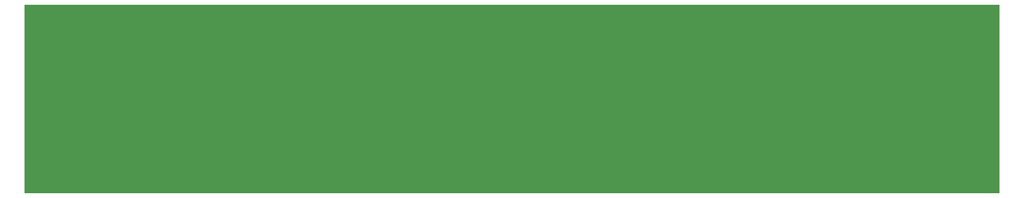
<source format=gbr>
%TF.GenerationSoftware,KiCad,Pcbnew,7.0.1*%
%TF.CreationDate,2023-09-01T22:28:08+01:00*%
%TF.ProjectId,Ruler_KiCad,52756c65-725f-44b6-9943-61642e6b6963,rev?*%
%TF.SameCoordinates,Original*%
%TF.FileFunction,Copper,L2,Bot*%
%TF.FilePolarity,Positive*%
%FSLAX46Y46*%
G04 Gerber Fmt 4.6, Leading zero omitted, Abs format (unit mm)*
G04 Created by KiCad (PCBNEW 7.0.1) date 2023-09-01 22:28:08*
%MOMM*%
%LPD*%
G01*
G04 APERTURE LIST*
G04 Aperture macros list*
%AMRoundRect*
0 Rectangle with rounded corners*
0 $1 Rounding radius*
0 $2 $3 $4 $5 $6 $7 $8 $9 X,Y pos of 4 corners*
0 Add a 4 corners polygon primitive as box body*
4,1,4,$2,$3,$4,$5,$6,$7,$8,$9,$2,$3,0*
0 Add four circle primitives for the rounded corners*
1,1,$1+$1,$2,$3*
1,1,$1+$1,$4,$5*
1,1,$1+$1,$6,$7*
1,1,$1+$1,$8,$9*
0 Add four rect primitives between the rounded corners*
20,1,$1+$1,$2,$3,$4,$5,0*
20,1,$1+$1,$4,$5,$6,$7,0*
20,1,$1+$1,$6,$7,$8,$9,0*
20,1,$1+$1,$8,$9,$2,$3,0*%
G04 Aperture macros list end*
%TA.AperFunction,ComponentPad*%
%ADD10R,0.850000X0.850000*%
%TD*%
%TA.AperFunction,ComponentPad*%
%ADD11O,0.850000X0.850000*%
%TD*%
%TA.AperFunction,ComponentPad*%
%ADD12R,1.000000X1.000000*%
%TD*%
%TA.AperFunction,ComponentPad*%
%ADD13O,1.000000X1.000000*%
%TD*%
%TA.AperFunction,ComponentPad*%
%ADD14C,7.500000*%
%TD*%
%TA.AperFunction,ComponentPad*%
%ADD15C,11.000000*%
%TD*%
%TA.AperFunction,ComponentPad*%
%ADD16C,4.700000*%
%TD*%
%TA.AperFunction,ComponentPad*%
%ADD17C,3.800000*%
%TD*%
%TA.AperFunction,ComponentPad*%
%ADD18R,1.350000X1.350000*%
%TD*%
%TA.AperFunction,ComponentPad*%
%ADD19O,1.350000X1.350000*%
%TD*%
%TA.AperFunction,ComponentPad*%
%ADD20C,5.600000*%
%TD*%
%TA.AperFunction,ComponentPad*%
%ADD21R,1.700000X1.700000*%
%TD*%
%TA.AperFunction,ComponentPad*%
%ADD22O,1.700000X1.700000*%
%TD*%
%TA.AperFunction,ComponentPad*%
%ADD23C,9.200000*%
%TD*%
%TA.AperFunction,SMDPad,CuDef*%
%ADD24RoundRect,0.150000X0.150000X-0.825000X0.150000X0.825000X-0.150000X0.825000X-0.150000X-0.825000X0*%
%TD*%
%TA.AperFunction,SMDPad,CuDef*%
%ADD25RoundRect,0.062500X0.062500X-0.350000X0.062500X0.350000X-0.062500X0.350000X-0.062500X-0.350000X0*%
%TD*%
%TA.AperFunction,SMDPad,CuDef*%
%ADD26RoundRect,0.062500X0.350000X-0.062500X0.350000X0.062500X-0.350000X0.062500X-0.350000X-0.062500X0*%
%TD*%
%TA.AperFunction,SMDPad,CuDef*%
%ADD27R,4.600000X4.600000*%
%TD*%
%TA.AperFunction,SMDPad,CuDef*%
%ADD28RoundRect,0.150000X0.150000X-0.587500X0.150000X0.587500X-0.150000X0.587500X-0.150000X-0.587500X0*%
%TD*%
G04 APERTURE END LIST*
%TA.AperFunction,NonConductor*%
G36*
X75000000Y-85000000D02*
G01*
X230000000Y-85000000D01*
X230000000Y-115000000D01*
X75000000Y-115000000D01*
X75000000Y-85000000D01*
G37*
%TD.AperFunction*%
D10*
%TO.P,REF\u002A\u002A,1*%
%TO.N,N/C*%
X174500000Y-95150000D03*
D11*
%TO.P,REF\u002A\u002A,2*%
X175500000Y-95150000D03*
%TO.P,REF\u002A\u002A,3*%
X176500000Y-95150000D03*
%TO.P,REF\u002A\u002A,4*%
X177500000Y-95150000D03*
%TD*%
D12*
%TO.P,REF\u002A\u002A,1*%
%TO.N,N/C*%
X173460000Y-99150000D03*
D13*
%TO.P,REF\u002A\u002A,2*%
X174730000Y-99150000D03*
%TO.P,REF\u002A\u002A,3*%
X176000000Y-99150000D03*
%TO.P,REF\u002A\u002A,4*%
X177270000Y-99150000D03*
%TD*%
D14*
%TO.P,REF\u002A\u002A,1*%
%TO.N,N/C*%
X201000000Y-100000000D03*
%TD*%
D15*
%TO.P,REF\u002A\u002A,1*%
%TO.N,N/C*%
X221500000Y-99900000D03*
%TD*%
D16*
%TO.P,REF\u002A\u002A,1*%
%TO.N,N/C*%
X187500000Y-100000000D03*
%TD*%
D17*
%TO.P,REF\u002A\u002A,1*%
%TO.N,N/C*%
X182500000Y-100000000D03*
%TD*%
D18*
%TO.P,REF\u002A\u002A,1*%
%TO.N,N/C*%
X171000000Y-103150000D03*
D19*
%TO.P,REF\u002A\u002A,2*%
X173000000Y-103150000D03*
%TO.P,REF\u002A\u002A,3*%
X175000000Y-103150000D03*
%TO.P,REF\u002A\u002A,4*%
X177000000Y-103150000D03*
%TD*%
D20*
%TO.P,REF\u002A\u002A,1*%
%TO.N,N/C*%
X193500000Y-100000000D03*
%TD*%
D21*
%TO.P,REF\u002A\u002A,1*%
%TO.N,N/C*%
X169450000Y-107150000D03*
D22*
%TO.P,REF\u002A\u002A,2*%
X171990000Y-107150000D03*
%TO.P,REF\u002A\u002A,3*%
X174530000Y-107150000D03*
%TO.P,REF\u002A\u002A,4*%
X177070000Y-107150000D03*
%TD*%
D23*
%TO.P,REF\u002A\u002A,1*%
%TO.N,N/C*%
X210500000Y-100000000D03*
%TD*%
D24*
%TO.P,REF\u002A\u002A,1*%
%TO.N,N/C*%
X108405000Y-110475000D03*
%TO.P,REF\u002A\u002A,2*%
X107135000Y-110475000D03*
%TO.P,REF\u002A\u002A,3*%
X105865000Y-110475000D03*
%TO.P,REF\u002A\u002A,4*%
X104595000Y-110475000D03*
%TO.P,REF\u002A\u002A,5*%
X104595000Y-105525000D03*
%TO.P,REF\u002A\u002A,6*%
X105865000Y-105525000D03*
%TO.P,REF\u002A\u002A,7*%
X107135000Y-105525000D03*
%TO.P,REF\u002A\u002A,8*%
X108405000Y-105525000D03*
%TD*%
D25*
%TO.P,REF\u002A\u002A,1*%
%TO.N,N/C*%
X118025000Y-110712500D03*
%TO.P,REF\u002A\u002A,2*%
X117525000Y-110712500D03*
%TO.P,REF\u002A\u002A,3*%
X117025000Y-110712500D03*
%TO.P,REF\u002A\u002A,4*%
X116525000Y-110712500D03*
%TO.P,REF\u002A\u002A,5*%
X116025000Y-110712500D03*
%TO.P,REF\u002A\u002A,6*%
X115525000Y-110712500D03*
%TO.P,REF\u002A\u002A,7*%
X115025000Y-110712500D03*
%TO.P,REF\u002A\u002A,8*%
X114525000Y-110712500D03*
%TO.P,REF\u002A\u002A,9*%
X114025000Y-110712500D03*
%TO.P,REF\u002A\u002A,10*%
X113525000Y-110712500D03*
D26*
%TO.P,REF\u002A\u002A,11*%
X112837500Y-110025000D03*
%TO.P,REF\u002A\u002A,12*%
X112837500Y-109525000D03*
%TO.P,REF\u002A\u002A,13*%
X112837500Y-109025000D03*
%TO.P,REF\u002A\u002A,14*%
X112837500Y-108525000D03*
%TO.P,REF\u002A\u002A,15*%
X112837500Y-108025000D03*
%TO.P,REF\u002A\u002A,16*%
X112837500Y-107525000D03*
%TO.P,REF\u002A\u002A,17*%
X112837500Y-107025000D03*
%TO.P,REF\u002A\u002A,18*%
X112837500Y-106525000D03*
%TO.P,REF\u002A\u002A,19*%
X112837500Y-106025000D03*
%TO.P,REF\u002A\u002A,20*%
X112837500Y-105525000D03*
D25*
%TO.P,REF\u002A\u002A,21*%
X113525000Y-104837500D03*
%TO.P,REF\u002A\u002A,22*%
X114025000Y-104837500D03*
%TO.P,REF\u002A\u002A,23*%
X114525000Y-104837500D03*
%TO.P,REF\u002A\u002A,24*%
X115025000Y-104837500D03*
%TO.P,REF\u002A\u002A,25*%
X115525000Y-104837500D03*
%TO.P,REF\u002A\u002A,26*%
X116025000Y-104837500D03*
%TO.P,REF\u002A\u002A,27*%
X116525000Y-104837500D03*
%TO.P,REF\u002A\u002A,28*%
X117025000Y-104837500D03*
%TO.P,REF\u002A\u002A,29*%
X117525000Y-104837500D03*
%TO.P,REF\u002A\u002A,30*%
X118025000Y-104837500D03*
D26*
%TO.P,REF\u002A\u002A,31*%
X118712500Y-105525000D03*
%TO.P,REF\u002A\u002A,32*%
X118712500Y-106025000D03*
%TO.P,REF\u002A\u002A,33*%
X118712500Y-106525000D03*
%TO.P,REF\u002A\u002A,34*%
X118712500Y-107025000D03*
%TO.P,REF\u002A\u002A,35*%
X118712500Y-107525000D03*
%TO.P,REF\u002A\u002A,36*%
X118712500Y-108025000D03*
%TO.P,REF\u002A\u002A,37*%
X118712500Y-108525000D03*
%TO.P,REF\u002A\u002A,38*%
X118712500Y-109025000D03*
%TO.P,REF\u002A\u002A,39*%
X118712500Y-109525000D03*
%TO.P,REF\u002A\u002A,40*%
X118712500Y-110025000D03*
D27*
%TO.P,REF\u002A\u002A,41*%
X115775000Y-107775000D03*
%TD*%
D28*
%TO.P,REF\u002A\u002A,1*%
%TO.N,N/C*%
X99950000Y-108937500D03*
%TO.P,REF\u002A\u002A,2*%
X98050000Y-108937500D03*
%TO.P,REF\u002A\u002A,3*%
X99000000Y-107062500D03*
%TD*%
M02*

</source>
